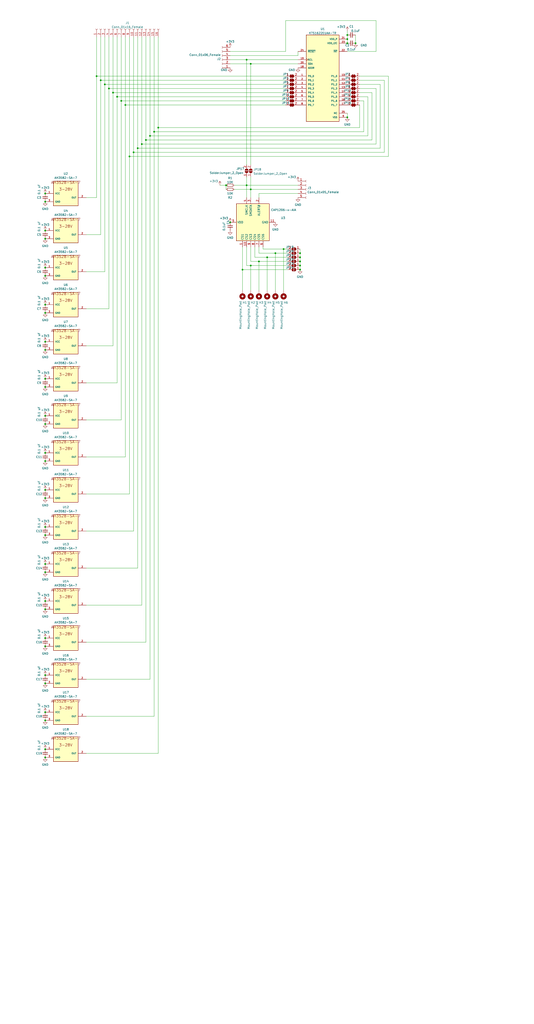
<source format=kicad_sch>
(kicad_sch (version 20211123) (generator eeschema)
  (paper "User" 329.997 631.8)
  (lib_symbols
    (symbol "AH3582-SA-7:AH3582-SA-7" (pin_names (offset 1.016))
      (property "Reference" "U" (at 0 10.922 0))
      (property "Value" "AH3582-SA-7" (at 0 -5.842 0))
      (symbol "AH3582-SA-7_0_0"
        (rectangle (start -7.62 -5.08) (end 7.62 10.16) (stroke (width 0.254)) (fill (type background)))
        (text "3-28V" (at 0 4.191 0) (effects (font (size 1.651 1.651)) (justify bottom)))
        (text "AH3528-SA-7" (at 0 8.382 0) (effects (font (size 1.651 1.651)) (justify bottom)))
        (pin bidirectional line (at -12.7 2.54 0) (length 5.08) (name "VCC") (number "1"))
        (pin bidirectional line (at 12.7 0 180) (length 5.08) (name "OUT") (number "2"))
        (pin bidirectional line (at -12.7 -2.54 0) (length 5.08) (name "GND") (number "3"))
      )
    )
    (symbol "Connector:Conn_01x05_Female" (pin_names (offset 1.016) hide)
      (property "Reference" "J" (at 0 7.62 0))
      (property "Value" "Conn_01x05_Female" (at 0 -7.62 0))
      (symbol "Conn_01x05_Female_1_1"
        (arc (start 0 -4.572) (mid -0.508 -5.08) (end 0 -5.588) (stroke (width 0.1524)))
        (arc (start 0 -2.032) (mid -0.508 -2.54) (end 0 -3.048) (stroke (width 0.1524)))
        (polyline (pts (xy -1.27 -5.08) (xy -0.508 -5.08)) (stroke (width 0.1524)))
        (polyline (pts (xy -1.27 -2.54) (xy -0.508 -2.54)) (stroke (width 0.1524)))
        (polyline (pts (xy -1.27 0) (xy -0.508 0)) (stroke (width 0.1524)))
        (polyline (pts (xy -1.27 2.54) (xy -0.508 2.54)) (stroke (width 0.1524)))
        (polyline (pts (xy -1.27 5.08) (xy -0.508 5.08)) (stroke (width 0.1524)))
        (arc (start 0 0.508) (mid -0.508 0) (end 0 -0.508) (stroke (width 0.1524)))
        (arc (start 0 3.048) (mid -0.508 2.54) (end 0 2.032) (stroke (width 0.1524)))
        (arc (start 0 5.588) (mid -0.508 5.08) (end 0 4.572) (stroke (width 0.1524)))
        (pin passive line (at -5.08 5.08 0) (length 3.81) (name "Pin_1") (number "1"))
        (pin passive line (at -5.08 2.54 0) (length 3.81) (name "Pin_2") (number "2"))
        (pin passive line (at -5.08 0 0) (length 3.81) (name "Pin_3") (number "3"))
        (pin passive line (at -5.08 -2.54 0) (length 3.81) (name "Pin_4") (number "4"))
        (pin passive line (at -5.08 -5.08 0) (length 3.81) (name "Pin_5") (number "5"))
      )
    )
    (symbol "Connector:Conn_01x06_Female" (pin_names (offset 1.016) hide)
      (property "Reference" "J" (at 0 7.62 0))
      (property "Value" "Conn_01x06_Female" (at 0 -10.16 0))
      (symbol "Conn_01x06_Female_1_1"
        (arc (start 0 -7.112) (mid -0.508 -7.62) (end 0 -8.128) (stroke (width 0.1524)))
        (arc (start 0 -4.572) (mid -0.508 -5.08) (end 0 -5.588) (stroke (width 0.1524)))
        (arc (start 0 -2.032) (mid -0.508 -2.54) (end 0 -3.048) (stroke (width 0.1524)))
        (polyline (pts (xy -1.27 -7.62) (xy -0.508 -7.62)) (stroke (width 0.1524)))
        (polyline (pts (xy -1.27 -5.08) (xy -0.508 -5.08)) (stroke (width 0.1524)))
        (polyline (pts (xy -1.27 -2.54) (xy -0.508 -2.54)) (stroke (width 0.1524)))
        (polyline (pts (xy -1.27 0) (xy -0.508 0)) (stroke (width 0.1524)))
        (polyline (pts (xy -1.27 2.54) (xy -0.508 2.54)) (stroke (width 0.1524)))
        (polyline (pts (xy -1.27 5.08) (xy -0.508 5.08)) (stroke (width 0.1524)))
        (arc (start 0 0.508) (mid -0.508 0) (end 0 -0.508) (stroke (width 0.1524)))
        (arc (start 0 3.048) (mid -0.508 2.54) (end 0 2.032) (stroke (width 0.1524)))
        (arc (start 0 5.588) (mid -0.508 5.08) (end 0 4.572) (stroke (width 0.1524)))
        (pin passive line (at -5.08 5.08 0) (length 3.81) (name "Pin_1") (number "1"))
        (pin passive line (at -5.08 2.54 0) (length 3.81) (name "Pin_2") (number "2"))
        (pin passive line (at -5.08 0 0) (length 3.81) (name "Pin_3") (number "3"))
        (pin passive line (at -5.08 -2.54 0) (length 3.81) (name "Pin_4") (number "4"))
        (pin passive line (at -5.08 -5.08 0) (length 3.81) (name "Pin_5") (number "5"))
        (pin passive line (at -5.08 -7.62 0) (length 3.81) (name "Pin_6") (number "6"))
      )
    )
    (symbol "Connector:Conn_01x16_Female" (pin_names (offset 1.016) hide)
      (property "Reference" "J" (at 0 20.32 0))
      (property "Value" "Conn_01x16_Female" (at 0 -22.86 0))
      (symbol "Conn_01x16_Female_1_1"
        (arc (start 0 -19.812) (mid -0.508 -20.32) (end 0 -20.828) (stroke (width 0.1524)))
        (arc (start 0 -17.272) (mid -0.508 -17.78) (end 0 -18.288) (stroke (width 0.1524)))
        (arc (start 0 -14.732) (mid -0.508 -15.24) (end 0 -15.748) (stroke (width 0.1524)))
        (arc (start 0 -12.192) (mid -0.508 -12.7) (end 0 -13.208) (stroke (width 0.1524)))
        (arc (start 0 -9.652) (mid -0.508 -10.16) (end 0 -10.668) (stroke (width 0.1524)))
        (arc (start 0 -7.112) (mid -0.508 -7.62) (end 0 -8.128) (stroke (width 0.1524)))
        (arc (start 0 -4.572) (mid -0.508 -5.08) (end 0 -5.588) (stroke (width 0.1524)))
        (arc (start 0 -2.032) (mid -0.508 -2.54) (end 0 -3.048) (stroke (width 0.1524)))
        (polyline (pts (xy -1.27 -20.32) (xy -0.508 -20.32)) (stroke (width 0.1524)))
        (polyline (pts (xy -1.27 -17.78) (xy -0.508 -17.78)) (stroke (width 0.1524)))
        (polyline (pts (xy -1.27 -15.24) (xy -0.508 -15.24)) (stroke (width 0.1524)))
        (polyline (pts (xy -1.27 -12.7) (xy -0.508 -12.7)) (stroke (width 0.1524)))
        (polyline (pts (xy -1.27 -10.16) (xy -0.508 -10.16)) (stroke (width 0.1524)))
        (polyline (pts (xy -1.27 -7.62) (xy -0.508 -7.62)) (stroke (width 0.1524)))
        (polyline (pts (xy -1.27 -5.08) (xy -0.508 -5.08)) (stroke (width 0.1524)))
        (polyline (pts (xy -1.27 -2.54) (xy -0.508 -2.54)) (stroke (width 0.1524)))
        (polyline (pts (xy -1.27 0) (xy -0.508 0)) (stroke (width 0.1524)))
        (polyline (pts (xy -1.27 2.54) (xy -0.508 2.54)) (stroke (width 0.1524)))
        (polyline (pts (xy -1.27 5.08) (xy -0.508 5.08)) (stroke (width 0.1524)))
        (polyline (pts (xy -1.27 7.62) (xy -0.508 7.62)) (stroke (width 0.1524)))
        (polyline (pts (xy -1.27 10.16) (xy -0.508 10.16)) (stroke (width 0.1524)))
        (polyline (pts (xy -1.27 12.7) (xy -0.508 12.7)) (stroke (width 0.1524)))
        (polyline (pts (xy -1.27 15.24) (xy -0.508 15.24)) (stroke (width 0.1524)))
        (polyline (pts (xy -1.27 17.78) (xy -0.508 17.78)) (stroke (width 0.1524)))
        (arc (start 0 0.508) (mid -0.508 0) (end 0 -0.508) (stroke (width 0.1524)))
        (arc (start 0 3.048) (mid -0.508 2.54) (end 0 2.032) (stroke (width 0.1524)))
        (arc (start 0 5.588) (mid -0.508 5.08) (end 0 4.572) (stroke (width 0.1524)))
        (arc (start 0 8.128) (mid -0.508 7.62) (end 0 7.112) (stroke (width 0.1524)))
        (arc (start 0 10.668) (mid -0.508 10.16) (end 0 9.652) (stroke (width 0.1524)))
        (arc (start 0 13.208) (mid -0.508 12.7) (end 0 12.192) (stroke (width 0.1524)))
        (arc (start 0 15.748) (mid -0.508 15.24) (end 0 14.732) (stroke (width 0.1524)))
        (arc (start 0 18.288) (mid -0.508 17.78) (end 0 17.272) (stroke (width 0.1524)))
        (pin passive line (at -5.08 17.78 0) (length 3.81) (name "Pin_1") (number "1"))
        (pin passive line (at -5.08 -5.08 0) (length 3.81) (name "Pin_10") (number "10"))
        (pin passive line (at -5.08 -7.62 0) (length 3.81) (name "Pin_11") (number "11"))
        (pin passive line (at -5.08 -10.16 0) (length 3.81) (name "Pin_12") (number "12"))
        (pin passive line (at -5.08 -12.7 0) (length 3.81) (name "Pin_13") (number "13"))
        (pin passive line (at -5.08 -15.24 0) (length 3.81) (name "Pin_14") (number "14"))
        (pin passive line (at -5.08 -17.78 0) (length 3.81) (name "Pin_15") (number "15"))
        (pin passive line (at -5.08 -20.32 0) (length 3.81) (name "Pin_16") (number "16"))
        (pin passive line (at -5.08 15.24 0) (length 3.81) (name "Pin_2") (number "2"))
        (pin passive line (at -5.08 12.7 0) (length 3.81) (name "Pin_3") (number "3"))
        (pin passive line (at -5.08 10.16 0) (length 3.81) (name "Pin_4") (number "4"))
        (pin passive line (at -5.08 7.62 0) (length 3.81) (name "Pin_5") (number "5"))
        (pin passive line (at -5.08 5.08 0) (length 3.81) (name "Pin_6") (number "6"))
        (pin passive line (at -5.08 2.54 0) (length 3.81) (name "Pin_7") (number "7"))
        (pin passive line (at -5.08 0 0) (length 3.81) (name "Pin_8") (number "8"))
        (pin passive line (at -5.08 -2.54 0) (length 3.81) (name "Pin_9") (number "9"))
      )
    )
    (symbol "Device:C_Small" (pin_numbers hide) (pin_names (offset 0.254) hide)
      (property "Reference" "C" (at 0.254 1.778 0))
      (property "Value" "C_Small" (at 0.254 -2.032 0))
      (symbol "C_Small_0_1"
        (polyline (pts (xy -1.524 -0.508) (xy 1.524 -0.508)) (stroke (width 0.3302)))
        (polyline (pts (xy -1.524 0.508) (xy 1.524 0.508)) (stroke (width 0.3048)))
      )
      (symbol "C_Small_1_1"
        (pin passive line (at 0 2.54 270) (length 2.032) (name "~") (number "1"))
        (pin passive line (at 0 -2.54 90) (length 2.032) (name "~") (number "2"))
      )
    )
    (symbol "Device:R_Small" (pin_numbers hide) (pin_names (offset 0.254) hide)
      (property "Reference" "R" (at 0.762 0.508 0))
      (property "Value" "R_Small" (at 0.762 -1.016 0))
      (symbol "R_Small_0_1"
        (rectangle (start -0.762 1.778) (end 0.762 -1.778) (stroke (width 0.2032)))
      )
      (symbol "R_Small_1_1"
        (pin passive line (at 0 2.54 270) (length 0.762) (name "~") (number "1"))
        (pin passive line (at 0 -2.54 90) (length 0.762) (name "~") (number "2"))
      )
    )
    (symbol "Jumper:SolderJumper_2_Bridged" (pin_names (offset 0) hide)
      (property "Reference" "JP" (at 0 2.032 0))
      (property "Value" "SolderJumper_2_Bridged" (at 0 -2.54 0))
      (symbol "SolderJumper_2_Bridged_0_1"
        (rectangle (start -0.508 0.508) (end 0.508 -0.508) (fill (type outline)))
        (arc (start -0.254 1.016) (mid -1.27 0) (end -0.254 -1.016))
        (arc (start -0.254 1.016) (mid -1.27 0) (end -0.254 -1.016) (fill (type outline)))
        (polyline (pts (xy -0.254 1.016) (xy -0.254 -1.016)))
        (polyline (pts (xy 0.254 1.016) (xy 0.254 -1.016)))
        (arc (start 0.254 -1.016) (mid 1.27 0) (end 0.254 1.016))
        (arc (start 0.254 -1.016) (mid 1.27 0) (end 0.254 1.016) (fill (type outline)))
      )
      (symbol "SolderJumper_2_Bridged_1_1"
        (pin passive line (at -3.81 0 0) (length 2.54) (name "A") (number "1"))
        (pin passive line (at 3.81 0 180) (length 2.54) (name "B") (number "2"))
      )
    )
    (symbol "Jumper:SolderJumper_2_Open" (pin_names (offset 0) hide)
      (property "Reference" "JP" (at 0 2.032 0))
      (property "Value" "SolderJumper_2_Open" (at 0 -2.54 0))
      (symbol "SolderJumper_2_Open_0_1"
        (arc (start -0.254 1.016) (mid -1.27 0) (end -0.254 -1.016))
        (arc (start -0.254 1.016) (mid -1.27 0) (end -0.254 -1.016) (fill (type outline)))
        (polyline (pts (xy -0.254 1.016) (xy -0.254 -1.016)))
        (polyline (pts (xy 0.254 1.016) (xy 0.254 -1.016)))
        (arc (start 0.254 -1.016) (mid 1.27 0) (end 0.254 1.016))
        (arc (start 0.254 -1.016) (mid 1.27 0) (end 0.254 1.016) (fill (type outline)))
      )
      (symbol "SolderJumper_2_Open_1_1"
        (pin passive line (at -3.81 0 0) (length 2.54) (name "A") (number "1"))
        (pin passive line (at 3.81 0 180) (length 2.54) (name "B") (number "2"))
      )
    )
    (symbol "KTS1622EUAA-TR:KTS1622EUAA-TR" (pin_names (offset 1.016))
      (property "Reference" "U" (at -10.16 26.162 0))
      (property "Value" "KTS1622EUAA-TR" (at -10.16 -30.48 0))
      (symbol "KTS1622EUAA-TR_0_0"
        (rectangle (start -10.16 -27.94) (end 10.16 25.4) (stroke (width 0.254)) (fill (type background)))
        (pin bidirectional line (at -15.24 0 0) (length 5.08) (name "P0_0") (number "1"))
        (pin bidirectional line (at 15.24 0 180) (length 5.08) (name "P1_0") (number "10"))
        (pin bidirectional line (at 15.24 -2.54 180) (length 5.08) (name "P1_1") (number "11"))
        (pin bidirectional line (at 15.24 -5.08 180) (length 5.08) (name "P1_2") (number "12"))
        (pin bidirectional line (at 15.24 -7.62 180) (length 5.08) (name "P1_3") (number "13"))
        (pin bidirectional line (at 15.24 -10.16 180) (length 5.08) (name "P1_4") (number "14"))
        (pin bidirectional line (at 15.24 -12.7 180) (length 5.08) (name "P1_5") (number "15"))
        (pin bidirectional line (at 15.24 -15.24 180) (length 5.08) (name "P1_6") (number "16"))
        (pin bidirectional line (at 15.24 -17.78 180) (length 5.08) (name "P1_7") (number "17"))
        (pin input line (at -15.24 5.08 0) (length 5.08) (name "ADDR") (number "18"))
        (pin input clock (at -15.24 10.16 0) (length 5.08) (name "SCL") (number "19"))
        (pin bidirectional line (at -15.24 -2.54 0) (length 5.08) (name "P0_1") (number "2"))
        (pin bidirectional line (at -15.24 7.62 0) (length 5.08) (name "SDA") (number "20"))
        (pin power_in line (at 15.24 22.86 180) (length 5.08) (name "VDD_P") (number "21"))
        (pin output line (at 15.24 15.24 180) (length 5.08) (name "~{INT}") (number "22"))
        (pin power_in line (at 15.24 20.32 180) (length 5.08) (name "VDD_I2C") (number "23"))
        (pin input line (at -15.24 15.24 0) (length 5.08) (name "~{RESET}") (number "24"))
        (pin passive line (at 15.24 -22.86 180) (length 5.08) (name "MC") (number "25"))
        (pin bidirectional line (at -15.24 -5.08 0) (length 5.08) (name "P0_2") (number "3"))
        (pin bidirectional line (at -15.24 -7.62 0) (length 5.08) (name "P0_3") (number "4"))
        (pin bidirectional line (at -15.24 -10.16 0) (length 5.08) (name "P0_4") (number "5"))
        (pin bidirectional line (at -15.24 -12.7 0) (length 5.08) (name "P0_5") (number "6"))
        (pin bidirectional line (at -15.24 -15.24 0) (length 5.08) (name "P0_6") (number "7"))
        (pin bidirectional line (at -15.24 -17.78 0) (length 5.08) (name "P0_7") (number "8"))
        (pin power_in line (at 15.24 -25.4 180) (length 5.08) (name "VSS") (number "9"))
      )
    )
    (symbol "Mechanical:MountingHole_Pad" (pin_numbers hide) (pin_names (offset 1.016) hide)
      (property "Reference" "H" (at 0 6.35 0))
      (property "Value" "MountingHole_Pad" (at 0 4.445 0))
      (symbol "MountingHole_Pad_0_1"
        (circle (center 0 1.27) (radius 1.27) (stroke (width 1.27)))
      )
      (symbol "MountingHole_Pad_1_1"
        (pin input line (at 0 -2.54 90) (length 2.54) (name "1") (number "1"))
      )
    )
    (symbol "Sensor_Touch:CAP1206-x-AIA"
      (property "Reference" "U" (at -10.16 12.7 0))
      (property "Value" "CAP1206-x-AIA" (at 8.89 12.7 0))
      (symbol "CAP1206-x-AIA_0_1"
        (rectangle (start -11.43 11.43) (end 11.43 -8.89) (stroke (width 0.254)) (fill (type background)))
      )
      (symbol "CAP1206-x-AIA_1_1"
        (pin passive line (at -15.24 7.62 0) (length 3.81) (name "CS1") (number "1"))
        (pin passive line (at -15.24 5.08 0) (length 3.81) (name "CS2") (number "10"))
        (pin power_in line (at 0 -12.7 90) (length 3.81) (name "GND") (number "11"))
        (pin open_collector line (at 15.24 -2.54 180) (length 3.81) (name "ALERT#") (number "2"))
        (pin bidirectional line (at 15.24 2.54 180) (length 3.81) (name "SMDATA") (number "3"))
        (pin input line (at 15.24 5.08 180) (length 3.81) (name "SMCLK") (number "4"))
        (pin power_in line (at 0 15.24 270) (length 3.81) (name "VDD") (number "5"))
        (pin passive line (at -15.24 -5.08 0) (length 3.81) (name "CS6") (number "6"))
        (pin passive line (at -15.24 -2.54 0) (length 3.81) (name "CS5") (number "7"))
        (pin passive line (at -15.24 0 0) (length 3.81) (name "CS4") (number "8"))
        (pin passive line (at -15.24 2.54 0) (length 3.81) (name "CS3") (number "9"))
      )
    )
    (symbol "power:+3.3V" (power) (pin_names (offset 0))
      (property "Value" "+3.3V" (at 0 3.556 0))
      (symbol "+3.3V_0_1"
        (polyline (pts (xy -0.762 1.27) (xy 0 2.54)))
        (polyline (pts (xy 0 0) (xy 0 2.54)))
        (polyline (pts (xy 0 2.54) (xy 0.762 1.27)))
      )
      (symbol "+3.3V_1_1"
        (pin power_in line (at 0 0 90) (length 0) hide (name "+3V3") (number "1"))
      )
    )
    (symbol "power:GND" (power) (pin_names (offset 0))
      (property "Value" "GND" (at 0 -3.81 0))
      (symbol "GND_0_1"
        (polyline (pts (xy 0 0) (xy 0 -1.27) (xy 1.27 -1.27) (xy 0 -2.54) (xy -1.27 -1.27) (xy 0 -1.27)))
      )
      (symbol "GND_1_1"
        (pin power_in line (at 0 0 270) (length 0) hide (name "GND") (number "1"))
      )
    )
  )
  (junction (at 27.94 238.76))
  (junction (at 27.94 325.12))
  (junction (at 27.94 421.64))
  (junction (at 27.94 416.56))
  (junction (at 214.63 24.13))
  (junction (at 27.94 142.24))
  (junction (at 69.85 57.15))
  (junction (at 97.79 78.74))
  (junction (at 160.02 161.29))
  (junction (at 92.71 83.82))
  (junction (at 27.94 284.48))
  (junction (at 62.23 49.53))
  (junction (at 27.94 233.68))
  (junction (at 27.94 330.2))
  (junction (at 142.24 137.16))
  (junction (at 90.17 86.36))
  (junction (at 95.25 81.28))
  (junction (at 87.63 88.9))
  (junction (at 154.94 116.84))
  (junction (at 27.94 462.28))
  (junction (at 27.94 147.32))
  (junction (at 214.63 72.39))
  (junction (at 27.94 302.26))
  (junction (at 27.94 439.42))
  (junction (at 170.18 156.21))
  (junction (at 64.77 52.07))
  (junction (at 27.94 124.46))
  (junction (at 27.94 261.62))
  (junction (at 80.01 96.52))
  (junction (at 27.94 375.92))
  (junction (at 72.39 59.69))
  (junction (at 27.94 256.54))
  (junction (at 185.42 166.37))
  (junction (at 214.63 26.67))
  (junction (at 27.94 170.18))
  (junction (at 27.94 210.82))
  (junction (at 139.7 114.3))
  (junction (at 165.1 158.75))
  (junction (at 27.94 307.34))
  (junction (at 67.31 54.61))
  (junction (at 175.26 153.67))
  (junction (at 82.55 93.98))
  (junction (at 27.94 444.5))
  (junction (at 149.86 166.37))
  (junction (at 27.94 353.06))
  (junction (at 85.09 91.44))
  (junction (at 185.42 158.75))
  (junction (at 152.4 36.83))
  (junction (at 154.94 163.83))
  (junction (at 185.42 163.83))
  (junction (at 59.69 46.99))
  (junction (at 27.94 467.36))
  (junction (at 27.94 279.4))
  (junction (at 74.93 62.23))
  (junction (at 27.94 193.04))
  (junction (at 27.94 215.9))
  (junction (at 152.4 114.3))
  (junction (at 27.94 165.1))
  (junction (at 27.94 393.7))
  (junction (at 27.94 370.84))
  (junction (at 219.71 26.67))
  (junction (at 27.94 187.96))
  (junction (at 185.42 156.21))
  (junction (at 185.42 161.29))
  (junction (at 27.94 398.78))
  (junction (at 214.63 21.59))
  (junction (at 77.47 64.77))
  (junction (at 154.94 39.37))
  (junction (at 27.94 119.38))
  (junction (at 27.94 347.98))
  (wire (pts (xy 82.55 93.98) (xy 237.49 93.98)))
  (wire (pts (xy 154.94 39.37) (xy 184.15 39.37)))
  (wire (pts (xy 232.41 31.75) (xy 214.63 31.75)))
  (wire (pts (xy 77.47 64.77) (xy 176.53 64.77)))
  (wire (pts (xy 185.42 156.21) (xy 185.42 158.75)))
  (wire (pts (xy 80.01 96.52) (xy 80.01 304.8)))
  (wire (pts (xy 87.63 88.9) (xy 232.41 88.9)))
  (wire (pts (xy 72.39 59.69) (xy 72.39 236.22)))
  (wire (pts (xy 152.4 163.83) (xy 154.94 163.83)))
  (wire (pts (xy 222.25 59.69) (xy 227.33 59.69)))
  (wire (pts (xy 160.02 121.92) (xy 160.02 119.38)))
  (wire (pts (xy 222.25 57.15) (xy 229.87 57.15)))
  (wire (pts (xy 82.55 22.86) (xy 82.55 93.98)))
  (wire (pts (xy 149.86 166.37) (xy 149.86 179.07)))
  (wire (pts (xy 59.69 22.86) (xy 59.69 46.99)))
  (wire (pts (xy 74.93 22.86) (xy 74.93 62.23)))
  (wire (pts (xy 90.17 396.24) (xy 53.34 396.24)))
  (wire (pts (xy 92.71 83.82) (xy 92.71 419.1)))
  (wire (pts (xy 229.87 57.15) (xy 229.87 86.36)))
  (wire (pts (xy 69.85 57.15) (xy 69.85 213.36)))
  (wire (pts (xy 152.4 36.83) (xy 152.4 101.6)))
  (wire (pts (xy 139.7 114.3) (xy 139.7 116.84)))
  (wire (pts (xy 82.55 93.98) (xy 82.55 327.66)))
  (wire (pts (xy 53.34 373.38) (xy 87.63 373.38)))
  (wire (pts (xy 97.79 22.86) (xy 97.79 78.74)))
  (wire (pts (xy 59.69 46.99) (xy 176.53 46.99)))
  (wire (pts (xy 69.85 22.86) (xy 69.85 57.15)))
  (wire (pts (xy 222.25 54.61) (xy 232.41 54.61)))
  (wire (pts (xy 162.56 152.4) (xy 162.56 153.67)))
  (wire (pts (xy 142.24 31.75) (xy 176.53 31.75)))
  (wire (pts (xy 69.85 57.15) (xy 176.53 57.15)))
  (wire (pts (xy 77.47 64.77) (xy 77.47 281.94)))
  (wire (pts (xy 154.94 152.4) (xy 154.94 161.29)))
  (wire (pts (xy 80.01 96.52) (xy 240.03 96.52)))
  (wire (pts (xy 162.56 153.67) (xy 175.26 153.67)))
  (wire (pts (xy 160.02 152.4) (xy 160.02 156.21)))
  (wire (pts (xy 53.34 464.82) (xy 97.79 464.82)))
  (wire (pts (xy 72.39 59.69) (xy 176.53 59.69)))
  (wire (pts (xy 67.31 190.5) (xy 53.34 190.5)))
  (wire (pts (xy 222.25 62.23) (xy 224.79 62.23)))
  (wire (pts (xy 160.02 161.29) (xy 160.02 179.07)))
  (wire (pts (xy 222.25 46.99) (xy 240.03 46.99)))
  (wire (pts (xy 149.86 152.4) (xy 149.86 166.37)))
  (wire (pts (xy 149.86 166.37) (xy 177.8 166.37)))
  (wire (pts (xy 90.17 86.36) (xy 90.17 396.24)))
  (wire (pts (xy 87.63 22.86) (xy 87.63 88.9)))
  (wire (pts (xy 90.17 22.86) (xy 90.17 86.36)))
  (wire (pts (xy 232.41 54.61) (xy 232.41 88.9)))
  (wire (pts (xy 142.24 34.29) (xy 184.15 34.29)))
  (wire (pts (xy 222.25 49.53) (xy 237.49 49.53)))
  (wire (pts (xy 175.26 153.67) (xy 177.8 153.67)))
  (wire (pts (xy 185.42 158.75) (xy 185.42 161.29)))
  (wire (pts (xy 62.23 144.78) (xy 53.34 144.78)))
  (wire (pts (xy 53.34 327.66) (xy 82.55 327.66)))
  (wire (pts (xy 64.77 52.07) (xy 64.77 167.64)))
  (wire (pts (xy 222.25 52.07) (xy 234.95 52.07)))
  (wire (pts (xy 152.4 36.83) (xy 184.15 36.83)))
  (wire (pts (xy 62.23 49.53) (xy 62.23 144.78)))
  (wire (pts (xy 175.26 153.67) (xy 175.26 179.07)))
  (wire (pts (xy 53.34 281.94) (xy 77.47 281.94)))
  (wire (pts (xy 185.42 153.67) (xy 185.42 156.21)))
  (wire (pts (xy 62.23 49.53) (xy 176.53 49.53)))
  (wire (pts (xy 152.4 109.22) (xy 152.4 114.3)))
  (wire (pts (xy 80.01 304.8) (xy 53.34 304.8)))
  (wire (pts (xy 214.63 69.85) (xy 214.63 72.39)))
  (wire (pts (xy 154.94 161.29) (xy 160.02 161.29)))
  (wire (pts (xy 62.23 22.86) (xy 62.23 49.53)))
  (wire (pts (xy 135.89 114.3) (xy 139.7 114.3)))
  (wire (pts (xy 72.39 22.86) (xy 72.39 59.69)))
  (wire (pts (xy 234.95 52.07) (xy 234.95 91.44)))
  (wire (pts (xy 67.31 22.86) (xy 67.31 54.61)))
  (wire (pts (xy 74.93 62.23) (xy 74.93 259.08)))
  (wire (pts (xy 87.63 88.9) (xy 87.63 373.38)))
  (wire (pts (xy 95.25 22.86) (xy 95.25 81.28)))
  (wire (pts (xy 185.42 161.29) (xy 185.42 163.83)))
  (wire (pts (xy 92.71 83.82) (xy 227.33 83.82)))
  (wire (pts (xy 176.53 12.7) (xy 232.41 12.7)))
  (wire (pts (xy 160.02 156.21) (xy 170.18 156.21)))
  (wire (pts (xy 152.4 114.3) (xy 152.4 121.92)))
  (wire (pts (xy 222.25 64.77) (xy 222.25 78.74)))
  (wire (pts (xy 95.25 81.28) (xy 224.79 81.28)))
  (wire (pts (xy 157.48 152.4) (xy 157.48 158.75)))
  (wire (pts (xy 184.15 34.29) (xy 184.15 31.75)))
  (wire (pts (xy 219.71 21.59) (xy 219.71 26.67)))
  (wire (pts (xy 157.48 158.75) (xy 165.1 158.75)))
  (wire (pts (xy 160.02 161.29) (xy 177.8 161.29)))
  (wire (pts (xy 152.4 114.3) (xy 184.15 114.3)))
  (wire (pts (xy 77.47 22.86) (xy 77.47 64.77)))
  (wire (pts (xy 170.18 156.21) (xy 177.8 156.21)))
  (wire (pts (xy 154.94 109.22) (xy 154.94 116.84)))
  (wire (pts (xy 67.31 54.61) (xy 67.31 190.5)))
  (wire (pts (xy 237.49 49.53) (xy 237.49 93.98)))
  (wire (pts (xy 160.02 119.38) (xy 184.15 119.38)))
  (wire (pts (xy 53.34 167.64) (xy 64.77 167.64)))
  (wire (pts (xy 227.33 59.69) (xy 227.33 83.82)))
  (wire (pts (xy 165.1 158.75) (xy 177.8 158.75)))
  (wire (pts (xy 185.42 163.83) (xy 185.42 166.37)))
  (wire (pts (xy 74.93 62.23) (xy 176.53 62.23)))
  (wire (pts (xy 59.69 46.99) (xy 59.69 121.92)))
  (wire (pts (xy 214.63 19.05) (xy 214.63 21.59)))
  (wire (pts (xy 92.71 22.86) (xy 92.71 83.82)))
  (wire (pts (xy 53.34 121.92) (xy 59.69 121.92)))
  (wire (pts (xy 53.34 259.08) (xy 74.93 259.08)))
  (wire (pts (xy 152.4 152.4) (xy 152.4 163.83)))
  (wire (pts (xy 224.79 62.23) (xy 224.79 81.28)))
  (wire (pts (xy 154.94 163.83) (xy 177.8 163.83)))
  (wire (pts (xy 144.78 116.84) (xy 154.94 116.84)))
  (wire (pts (xy 154.94 116.84) (xy 184.15 116.84)))
  (wire (pts (xy 90.17 86.36) (xy 229.87 86.36)))
  (wire (pts (xy 53.34 441.96) (xy 95.25 441.96)))
  (wire (pts (xy 176.53 31.75) (xy 176.53 12.7)))
  (wire (pts (xy 240.03 46.99) (xy 240.03 96.52)))
  (wire (pts (xy 85.09 91.44) (xy 85.09 350.52)))
  (wire (pts (xy 80.01 22.86) (xy 80.01 96.52)))
  (wire (pts (xy 142.24 39.37) (xy 154.94 39.37)))
  (wire (pts (xy 144.78 114.3) (xy 152.4 114.3)))
  (wire (pts (xy 53.34 213.36) (xy 69.85 213.36)))
  (wire (pts (xy 72.39 236.22) (xy 53.34 236.22)))
  (wire (pts (xy 95.25 81.28) (xy 95.25 441.96)))
  (wire (pts (xy 85.09 22.86) (xy 85.09 91.44)))
  (wire (pts (xy 154.94 39.37) (xy 154.94 101.6)))
  (wire (pts (xy 53.34 419.1) (xy 92.71 419.1)))
  (wire (pts (xy 67.31 54.61) (xy 176.53 54.61)))
  (wire (pts (xy 85.09 91.44) (xy 234.95 91.44)))
  (wire (pts (xy 64.77 52.07) (xy 176.53 52.07)))
  (wire (pts (xy 97.79 78.74) (xy 222.25 78.74)))
  (wire (pts (xy 154.94 163.83) (xy 154.94 179.07)))
  (wire (pts (xy 214.63 24.13) (xy 214.63 26.67)))
  (wire (pts (xy 85.09 350.52) (xy 53.34 350.52)))
  (wire (pts (xy 64.77 22.86) (xy 64.77 52.07)))
  (wire (pts (xy 142.24 36.83) (xy 152.4 36.83)))
  (wire (pts (xy 154.94 116.84) (xy 154.94 121.92)))
  (wire (pts (xy 214.63 21.59) (xy 214.63 24.13)))
  (wire (pts (xy 165.1 158.75) (xy 165.1 179.07)))
  (wire (pts (xy 232.41 12.7) (xy 232.41 31.75)))
  (wire (pts (xy 170.18 156.21) (xy 170.18 179.07)))
  (wire (pts (xy 97.79 78.74) (xy 97.79 464.82)))
  (symbol (lib_id "Jumper:SolderJumper_2_Bridged") (at 218.44 57.15 0) (unit 1)
    (property "Reference" "JP10" (at 214.63 55.88 0))
    (property "Value" "SolderJumper_2_Bridged" (effects hide))
    (property "Footprint" "Solder_Jumpers:SolderJumper-2_P1.3mm_Bridged2Bar_RoundedPad1.0x1.5mm" (effects hide))
  )
  (symbol (lib_id "AH3582-SA-7:AH3582-SA-7") (at 40.64 396.24 0) (unit 1)
    (property "Reference" "U15" (at 40.64 381.4723 0))
    (property "Value" "AH3582-SA-7" (at 40.64 384.0092 0))
    (property "Footprint" "AH3582-SA-7:SOT-23-AH3582-SA-7" (effects hide))
  )
  (symbol (lib_id "AH3582-SA-7:AH3582-SA-7") (at 40.64 464.82 0) (unit 1)
    (property "Reference" "U18" (at 40.64 450.0523 0))
    (property "Value" "AH3582-SA-7" (at 40.64 452.5892 0))
    (property "Footprint" "AH3582-SA-7:SOT-23-AH3582-SA-7" (effects hide))
  )
  (symbol (lib_id "power:+3.3V") (at 27.94 462.28 0) (unit 1)
    (property "Reference" "#PWR0114" (effects hide))
    (property "Value" "+3.3V" (at 27.94 458.7042 0))
  )
  (symbol (lib_id "Device:C_Small") (at 27.94 144.78 180) (unit 1)
    (property "Reference" "C5" (at 24.13 144.78 0))
    (property "Value" "0.1 uF" (at 24.13 139.7 90))
    (property "Footprint" "Capacitor_SMD:C_0603_1608Metric" (effects hide))
  )
  (symbol (lib_id "AH3582-SA-7:AH3582-SA-7") (at 40.64 327.66 0) (unit 1)
    (property "Reference" "U12" (at 40.64 312.8923 0))
    (property "Value" "AH3582-SA-7" (at 40.64 315.4292 0))
    (property "Footprint" "AH3582-SA-7:SOT-23-AH3582-SA-7" (effects hide))
  )
  (symbol (lib_id "power:+3.3V") (at 27.94 165.1 0) (unit 1)
    (property "Reference" "#PWR0132" (effects hide))
    (property "Value" "+3.3V" (at 27.94 161.5242 0))
  )
  (symbol (lib_id "power:GND") (at 27.94 421.64 0) (unit 1)
    (property "Reference" "#PWR0111" (effects hide))
    (property "Value" "GND" (at 27.94 426.0834 0))
  )
  (symbol (lib_id "power:+3.3V") (at 27.94 302.26 0) (unit 1)
    (property "Reference" "#PWR0126" (effects hide))
    (property "Value" "+3.3V" (at 27.94 298.6842 0))
  )
  (symbol (lib_id "power:+3.3V") (at 27.94 119.38 0) (unit 1)
    (property "Reference" "#PWR0131" (effects hide))
    (property "Value" "+3.3V" (at 27.94 115.8042 0))
  )
  (symbol (lib_id "power:+3.3V") (at 27.94 439.42 0) (unit 1)
    (property "Reference" "#PWR0122" (effects hide))
    (property "Value" "+3.3V" (at 27.94 435.8442 0))
  )
  (symbol (lib_id "Device:C_Small") (at 217.17 26.67 90) (unit 1)
    (property "Reference" "C2" (at 214.63 27.94 90))
    (property "Value" "0.1uF" (at 217.17 30.48 90))
    (property "Footprint" "Capacitor_SMD:C_0603_1608Metric" (effects hide))
  )
  (symbol (lib_id "power:+3.3V") (at 27.94 325.12 0) (unit 1)
    (property "Reference" "#PWR0118" (effects hide))
    (property "Value" "+3.3V" (at 27.94 321.5442 0))
  )
  (symbol (lib_id "AH3582-SA-7:AH3582-SA-7") (at 40.64 121.92 0) (unit 1)
    (property "Reference" "U2" (at 40.64 107.1523 0))
    (property "Value" "AH3582-SA-7" (at 40.64 109.6892 0))
    (property "Footprint" "AH3582-SA-7:SOT-23-AH3582-SA-7" (effects hide))
  )
  (symbol (lib_id "power:GND") (at 170.18 137.16 0) (unit 1)
    (property "Reference" "#PWR0140" (effects hide))
    (property "Value" "GND" (at 170.18 141.6034 0))
  )
  (symbol (lib_id "AH3582-SA-7:AH3582-SA-7") (at 40.64 281.94 0) (unit 1)
    (property "Reference" "U10" (at 40.64 267.1723 0))
    (property "Value" "AH3582-SA-7" (at 40.64 269.7092 0))
    (property "Footprint" "AH3582-SA-7:SOT-23-AH3582-SA-7" (effects hide))
  )
  (symbol (lib_id "Device:C_Small") (at 27.94 213.36 180) (unit 1)
    (property "Reference" "C8" (at 24.13 213.36 0))
    (property "Value" "0.1 uF" (at 24.13 208.28 90))
    (property "Footprint" "Capacitor_SMD:C_0603_1608Metric" (effects hide))
  )
  (symbol (lib_id "Device:C_Small") (at 27.94 464.82 180) (unit 1)
    (property "Reference" "C19" (at 24.13 464.82 0))
    (property "Value" "0.1 uF" (at 24.13 459.74 90))
    (property "Footprint" "Capacitor_SMD:C_0603_1608Metric" (effects hide))
  )
  (symbol (lib_id "power:+3.3V") (at 27.94 370.84 0) (unit 1)
    (property "Reference" "#PWR0110" (effects hide))
    (property "Value" "+3.3V" (at 27.94 367.2642 0))
  )
  (symbol (lib_id "Mechanical:MountingHole_Pad") (at 175.26 181.61 180) (unit 1)
    (property "Reference" "H6" (at 175.26 186.69 0) (effects (justify right)))
    (property "Value" "MountingHole_Pad" (at 173.99 203.2 90) (effects (justify right)))
    (property "Footprint" "TestPoint:TestPoint_Pad_4.0x4.0mm" (effects hide))
  )
  (symbol (lib_id "KTS1622EUAA-TR:KTS1622EUAA-TR") (at 199.39 46.99 0) (unit 1)
    (property "Reference" "U1" (at 199.39 17.8902 0))
    (property "Value" "KTS1622EUAA-TR" (at 199.39 20.4271 0))
    (property "Footprint" "KTS1622EUAA-TR:QFN50P400X400X80-25N" (effects hide))
    (property "PARTREV" "04d" (effects hide))
    (property "MANUFACTURER" "Kinetic Technologies" (effects hide))
    (property "SNAPEDA_PN" "KTS1622EUAA-TR" (effects hide))
    (property "STANDARD" "IPC-7351B" (effects hide))
    (property "MAXIMUM_PACKAGE_HEIGHT" "0.8mm" (effects hide))
  )
  (symbol (lib_id "Jumper:SolderJumper_2_Bridged") (at 180.34 64.77 0) (unit 1)
    (property "Reference" "JP15" (at 176.53 63.5 0))
    (property "Value" "SolderJumper_2_Bridged" (effects hide))
    (property "Footprint" "Solder_Jumpers:SolderJumper-2_P1.3mm_Bridged2Bar_RoundedPad1.0x1.5mm" (effects hide))
  )
  (symbol (lib_id "Jumper:SolderJumper_2_Open") (at 181.61 163.83 180) (unit 1)
    (property "Reference" "JP23" (at 179.07 162.56 0))
    (property "Value" "SolderJumper_2_Open" (effects hide))
    (property "Footprint" "Solder_Jumpers:SolderJumper-2_P1.3mm_Open_RoundedPad1.0x1.5mm" (effects hide))
  )
  (symbol (lib_id "Device:C_Small") (at 142.24 139.7 0) (unit 1)
    (property "Reference" "C4" (at 140.97 137.16 90))
    (property "Value" "0.1uF" (at 138.43 139.7 90))
    (property "Footprint" "Capacitor_SMD:C_0603_1608Metric" (effects hide))
  )
  (symbol (lib_id "Connector:Conn_01x06_Female") (at 137.16 36.83 180) (unit 1)
    (property "Reference" "J2" (at 136.4488 36.3947 0) (effects (justify left)))
    (property "Value" "Conn_01x06_Female" (at 136.4488 33.8578 0) (effects (justify left)))
    (property "Footprint" "Connector_PinHeader_2.54mm:PinHeader_1x06_P2.54mm_Vertical" (effects hide))
  )
  (symbol (lib_id "Mechanical:MountingHole_Pad") (at 154.94 181.61 180) (unit 1)
    (property "Reference" "H2" (at 154.94 186.69 0) (effects (justify right)))
    (property "Value" "MountingHole_Pad" (at 153.67 203.2 90) (effects (justify right)))
    (property "Footprint" "TestPoint:TestPoint_Pad_4.0x4.0mm" (effects hide))
  )
  (symbol (lib_id "Mechanical:MountingHole_Pad") (at 170.18 181.61 180) (unit 1)
    (property "Reference" "H5" (at 170.18 186.69 0) (effects (justify right)))
    (property "Value" "MountingHole_Pad" (at 168.91 203.2 90) (effects (justify right)))
    (property "Footprint" "TestPoint:TestPoint_Pad_4.0x4.0mm" (effects hide))
  )
  (symbol (lib_id "Device:C_Small") (at 27.94 190.5 180) (unit 1)
    (property "Reference" "C7" (at 24.13 190.5 0))
    (property "Value" "0.1 uF" (at 24.13 185.42 90))
    (property "Footprint" "Capacitor_SMD:C_0603_1608Metric" (effects hide))
  )
  (symbol (lib_id "power:+3.3V") (at 27.94 393.7 0) (unit 1)
    (property "Reference" "#PWR0120" (effects hide))
    (property "Value" "+3.3V" (at 27.94 390.1242 0))
  )
  (symbol (lib_id "power:+3.3V") (at 142.24 29.21 0) (unit 1)
    (property "Reference" "#PWR0136" (effects hide))
    (property "Value" "+3.3V" (at 142.24 25.6342 0))
  )
  (symbol (lib_id "AH3582-SA-7:AH3582-SA-7") (at 40.64 259.08 0) (unit 1)
    (property "Reference" "U9" (at 40.64 244.3123 0))
    (property "Value" "AH3582-SA-7" (at 40.64 246.8492 0))
    (property "Footprint" "AH3582-SA-7:SOT-23-AH3582-SA-7" (effects hide))
  )
  (symbol (lib_id "power:GND") (at 219.71 26.67 0) (unit 1)
    (property "Reference" "#PWR0134" (effects hide))
    (property "Value" "GND" (at 224.79 27.94 0))
  )
  (symbol (lib_id "Sensor_Touch:CAP1206-x-AIA") (at 157.48 137.16 90) (unit 1)
    (property "Reference" "U3" (at 174.9221 134.4509 90))
    (property "Value" "CAP1206-x-AIA" (at 175.26 129.54 90))
    (property "Footprint" "Package_DFN_QFN:DFN-10-1EP_3x3mm_P0.5mm_EP1.55x2.48mm" (effects hide))
    (property "Datasheet" "http://ww1.microchip.com/downloads/en/DeviceDoc/00001567B.pdf" (effects hide))
  )
  (symbol (lib_id "power:+3.3V") (at 27.94 210.82 0) (unit 1)
    (property "Reference" "#PWR0103" (effects hide))
    (property "Value" "+3.3V" (at 27.94 207.2442 0))
  )
  (symbol (lib_id "Jumper:SolderJumper_2_Bridged") (at 180.34 49.53 0) (unit 1)
    (property "Reference" "JP3" (at 176.53 48.26 0))
    (property "Value" "SolderJumper_2_Bridged" (effects hide))
    (property "Footprint" "Solder_Jumpers:SolderJumper-2_P1.3mm_Bridged2Bar_RoundedPad1.0x1.5mm" (effects hide))
  )
  (symbol (lib_id "Device:R_Small") (at 142.24 114.3 90) (unit 1)
    (property "Reference" "R1" (at 142.24 109.8636 90))
    (property "Value" "10K" (at 142.24 112.4005 90))
    (property "Footprint" "Resistor_SMD:R_0603_1608Metric" (effects hide))
  )
  (symbol (lib_id "power:GND") (at 185.42 166.37 0) (unit 1)
    (property "Reference" "#PWR0145" (effects hide))
    (property "Value" "GND" (at 185.42 170.8134 0))
  )
  (symbol (lib_id "power:+3.3V") (at 27.94 256.54 0) (unit 1)
    (property "Reference" "#PWR0107" (effects hide))
    (property "Value" "+3.3V" (at 27.94 252.9642 0))
  )
  (symbol (lib_id "power:+3.3V") (at 27.94 142.24 0) (unit 1)
    (property "Reference" "#PWR0130" (effects hide))
    (property "Value" "+3.3V" (at 27.94 138.6642 0))
  )
  (symbol (lib_id "Connector:Conn_01x05_Female") (at 189.23 116.84 0) (unit 1)
    (property "Reference" "J3" (at 189.9412 116.0053 0) (effects (justify left)))
    (property "Value" "Conn_01x05_Female" (at 189.9412 118.5422 0) (effects (justify left)))
    (property "Footprint" "Connector_PinHeader_2.54mm:PinHeader_1x05_P2.54mm_Vertical" (effects hide))
  )
  (symbol (lib_id "Jumper:SolderJumper_2_Open") (at 154.94 105.41 90) (unit 1)
    (property "Reference" "JP18" (at 156.591 104.5753 90) (effects (justify right)))
    (property "Value" "SolderJumper_2_Open" (at 156.591 107.1122 90) (effects (justify right)))
    (property "Footprint" "Solder_Jumpers:SolderJumper-2_P1.3mm_Open_RoundedPad1.0x1.5mm" (effects hide))
  )
  (symbol (lib_id "Device:C_Small") (at 217.17 21.59 90) (unit 1)
    (property "Reference" "C1" (at 217.1763 16.3281 90))
    (property "Value" "0.1uF" (at 219.71 19.05 90))
    (property "Footprint" "Capacitor_SMD:C_0603_1608Metric" (effects hide))
  )
  (symbol (lib_id "power:GND") (at 27.94 147.32 0) (unit 1)
    (property "Reference" "#PWR0128" (effects hide))
    (property "Value" "GND" (at 27.94 151.7634 0))
  )
  (symbol (lib_id "Jumper:SolderJumper_2_Open") (at 181.61 161.29 180) (unit 1)
    (property "Reference" "JP22" (at 179.07 160.02 0))
    (property "Value" "SolderJumper_2_Open" (effects hide))
    (property "Footprint" "Solder_Jumpers:SolderJumper-2_P1.3mm_Open_RoundedPad1.0x1.5mm" (effects hide))
  )
  (symbol (lib_id "power:GND") (at 27.94 170.18 0) (unit 1)
    (property "Reference" "#PWR0106" (effects hide))
    (property "Value" "GND" (at 27.94 174.6234 0))
  )
  (symbol (lib_id "AH3582-SA-7:AH3582-SA-7") (at 40.64 350.52 0) (unit 1)
    (property "Reference" "U13" (at 40.64 335.7523 0))
    (property "Value" "AH3582-SA-7" (at 40.64 338.2892 0))
    (property "Footprint" "AH3582-SA-7:SOT-23-AH3582-SA-7" (effects hide))
  )
  (symbol (lib_id "Mechanical:MountingHole_Pad") (at 165.1 181.61 180) (unit 1)
    (property "Reference" "H4" (at 165.1 186.69 0) (effects (justify right)))
    (property "Value" "MountingHole_Pad" (at 163.83 203.2 90) (effects (justify right)))
    (property "Footprint" "TestPoint:TestPoint_Pad_4.0x4.0mm" (effects hide))
  )
  (symbol (lib_id "Jumper:SolderJumper_2_Bridged") (at 218.44 52.07 0) (unit 1)
    (property "Reference" "JP6" (at 214.63 50.8 0))
    (property "Value" "SolderJumper_2_Bridged" (effects hide))
    (property "Footprint" "Solder_Jumpers:SolderJumper-2_P1.3mm_Bridged2Bar_RoundedPad1.0x1.5mm" (effects hide))
  )
  (symbol (lib_id "AH3582-SA-7:AH3582-SA-7") (at 40.64 419.1 0) (unit 1)
    (property "Reference" "U16" (at 40.64 404.3323 0))
    (property "Value" "AH3582-SA-7" (at 40.64 406.8692 0))
    (property "Footprint" "AH3582-SA-7:SOT-23-AH3582-SA-7" (effects hide))
  )
  (symbol (lib_id "Device:C_Small") (at 27.94 419.1 180) (unit 1)
    (property "Reference" "C17" (at 24.13 419.1 0))
    (property "Value" "0.1 uF" (at 24.13 414.02 90))
    (property "Footprint" "Capacitor_SMD:C_0603_1608Metric" (effects hide))
  )
  (symbol (lib_id "power:+3.3V") (at 135.89 114.3 0) (unit 1)
    (property "Reference" "#PWR0144" (effects hide))
    (property "Value" "+3.3V" (at 132.08 111.76 0))
  )
  (symbol (lib_id "Jumper:SolderJumper_2_Bridged") (at 180.34 54.61 0) (unit 1)
    (property "Reference" "JP7" (at 176.53 53.34 0))
    (property "Value" "SolderJumper_2_Bridged" (effects hide))
    (property "Footprint" "Solder_Jumpers:SolderJumper-2_P1.3mm_Bridged2Bar_RoundedPad1.0x1.5mm" (effects hide))
  )
  (symbol (lib_id "power:+3.3V") (at 184.15 111.76 0) (unit 1)
    (property "Reference" "#PWR0141" (effects hide))
    (property "Value" "+3.3V" (at 180.34 109.22 0))
  )
  (symbol (lib_id "AH3582-SA-7:AH3582-SA-7") (at 40.64 304.8 0) (unit 1)
    (property "Reference" "U11" (at 40.64 290.0323 0))
    (property "Value" "AH3582-SA-7" (at 40.64 292.5692 0))
    (property "Footprint" "AH3582-SA-7:SOT-23-AH3582-SA-7" (effects hide))
  )
  (symbol (lib_id "AH3582-SA-7:AH3582-SA-7") (at 40.64 190.5 0) (unit 1)
    (property "Reference" "U6" (at 40.64 175.7323 0))
    (property "Value" "AH3582-SA-7" (at 40.64 178.2692 0))
    (property "Footprint" "AH3582-SA-7:SOT-23-AH3582-SA-7" (effects hide))
  )
  (symbol (lib_id "Jumper:SolderJumper_2_Bridged") (at 218.44 54.61 0) (unit 1)
    (property "Reference" "JP8" (at 214.63 53.34 0))
    (property "Value" "SolderJumper_2_Bridged" (effects hide))
    (property "Footprint" "Solder_Jumpers:SolderJumper-2_P1.3mm_Bridged2Bar_RoundedPad1.0x1.5mm" (effects hide))
  )
  (symbol (lib_id "Device:C_Small") (at 27.94 373.38 180) (unit 1)
    (property "Reference" "C15" (at 24.13 373.38 0))
    (property "Value" "0.1 uF" (at 24.13 368.3 90))
    (property "Footprint" "Capacitor_SMD:C_0603_1608Metric" (effects hide))
  )
  (symbol (lib_id "power:GND") (at 184.15 121.92 0) (unit 1)
    (property "Reference" "#PWR0135" (effects hide))
    (property "Value" "GND" (at 184.15 126.3634 0))
  )
  (symbol (lib_id "Mechanical:MountingHole_Pad") (at 149.86 181.61 180) (unit 1)
    (property "Reference" "H1" (at 149.86 186.69 0) (effects (justify right)))
    (property "Value" "MountingHole_Pad" (at 148.59 203.2 90) (effects (justify right)))
    (property "Footprint" "TestPoint:TestPoint_Pad_4.0x4.0mm" (effects hide))
  )
  (symbol (lib_id "Jumper:SolderJumper_2_Bridged") (at 218.44 64.77 0) (unit 1)
    (property "Reference" "JP16" (at 214.63 63.5 0))
    (property "Value" "SolderJumper_2_Bridged" (effects hide))
    (property "Footprint" "Solder_Jumpers:SolderJumper-2_P1.3mm_Bridged2Bar_RoundedPad1.0x1.5mm" (effects hide))
  )
  (symbol (lib_id "power:GND") (at 27.94 124.46 0) (unit 1)
    (property "Reference" "#PWR0129" (effects hide))
    (property "Value" "GND" (at 27.94 128.9034 0))
  )
  (symbol (lib_id "Device:R_Small") (at 142.24 116.84 270) (unit 1)
    (property "Reference" "R2" (at 142.24 121.92 90))
    (property "Value" "10K" (at 142.24 119.38 90))
    (property "Footprint" "Resistor_SMD:R_0603_1608Metric" (effects hide))
  )
  (symbol (lib_id "Jumper:SolderJumper_2_Bridged") (at 218.44 46.99 0) (unit 1)
    (property "Reference" "JP2" (at 214.63 45.72 0))
    (property "Value" "SolderJumper_2_Bridged" (effects hide))
    (property "Footprint" "Solder_Jumpers:SolderJumper-2_P1.3mm_Bridged2Bar_RoundedPad1.0x1.5mm" (effects hide))
  )
  (symbol (lib_id "Device:C_Small") (at 27.94 281.94 180) (unit 1)
    (property "Reference" "C11" (at 24.13 281.94 0))
    (property "Value" "0.1 uF" (at 24.13 276.86 90))
    (property "Footprint" "Capacitor_SMD:C_0603_1608Metric" (effects hide))
  )
  (symbol (lib_id "AH3582-SA-7:AH3582-SA-7") (at 40.64 167.64 0) (unit 1)
    (property "Reference" "U5" (at 40.64 152.8723 0))
    (property "Value" "AH3582-SA-7" (at 40.64 155.4092 0))
    (property "Footprint" "AH3582-SA-7:SOT-23-AH3582-SA-7" (effects hide))
  )
  (symbol (lib_id "power:GND") (at 27.94 467.36 0) (unit 1)
    (property "Reference" "#PWR0115" (effects hide))
    (property "Value" "GND" (at 27.94 471.8034 0))
  )
  (symbol (lib_id "Device:C_Small") (at 27.94 327.66 180) (unit 1)
    (property "Reference" "C13" (at 24.13 327.66 0))
    (property "Value" "0.1 uF" (at 24.13 322.58 90))
    (property "Footprint" "Capacitor_SMD:C_0603_1608Metric" (effects hide))
  )
  (symbol (lib_id "Connector:Conn_01x16_Female") (at 77.47 17.78 90) (unit 1)
    (property "Reference" "J1" (at 78.74 14.131 90))
    (property "Value" "Conn_01x16_Female" (at 78.74 16.6679 90))
    (property "Footprint" "Connector_PinHeader_2.54mm:PinHeader_1x16_P2.54mm_Vertical" (effects hide))
  )
  (symbol (lib_id "power:+3.3V") (at 214.63 19.05 0) (unit 1)
    (property "Reference" "#PWR0133" (effects hide))
    (property "Value" "+3.3V" (at 210.82 16.51 0))
  )
  (symbol (lib_id "power:GND") (at 27.94 193.04 0) (unit 1)
    (property "Reference" "#PWR0104" (effects hide))
    (property "Value" "GND" (at 27.94 197.4834 0))
  )
  (symbol (lib_id "Jumper:SolderJumper_2_Open") (at 181.61 156.21 180) (unit 1)
    (property "Reference" "JP20" (at 179.07 154.94 0))
    (property "Value" "SolderJumper_2_Open" (effects hide))
    (property "Footprint" "Solder_Jumpers:SolderJumper-2_P1.3mm_Open_RoundedPad1.0x1.5mm" (effects hide))
  )
  (symbol (lib_id "AH3582-SA-7:AH3582-SA-7") (at 40.64 441.96 0) (unit 1)
    (property "Reference" "U17" (at 40.64 427.1923 0))
    (property "Value" "AH3582-SA-7" (at 40.64 429.7292 0))
    (property "Footprint" "AH3582-SA-7:SOT-23-AH3582-SA-7" (effects hide))
  )
  (symbol (lib_id "Device:C_Small") (at 27.94 304.8 180) (unit 1)
    (property "Reference" "C12" (at 24.13 304.8 0))
    (property "Value" "0.1 uF" (at 24.13 299.72 90))
    (property "Footprint" "Capacitor_SMD:C_0603_1608Metric" (effects hide))
  )
  (symbol (lib_id "power:GND") (at 27.94 215.9 0) (unit 1)
    (property "Reference" "#PWR0102" (effects hide))
    (property "Value" "GND" (at 27.94 220.3434 0))
  )
  (symbol (lib_id "Device:C_Small") (at 27.94 121.92 180) (unit 1)
    (property "Reference" "C3" (at 24.13 121.92 0))
    (property "Value" "0.1 uF" (at 24.13 116.84 90))
    (property "Footprint" "Capacitor_SMD:C_0603_1608Metric" (effects hide))
  )
  (symbol (lib_id "power:GND") (at 27.94 261.62 0) (unit 1)
    (property "Reference" "#PWR0123" (effects hide))
    (property "Value" "GND" (at 27.94 266.0634 0))
  )
  (symbol (lib_id "power:GND") (at 27.94 444.5 0) (unit 1)
    (property "Reference" "#PWR0121" (effects hide))
    (property "Value" "GND" (at 27.94 448.9434 0))
  )
  (symbol (lib_id "power:GND") (at 27.94 307.34 0) (unit 1)
    (property "Reference" "#PWR0127" (effects hide))
    (property "Value" "GND" (at 27.94 311.7834 0))
  )
  (symbol (lib_id "Jumper:SolderJumper_2_Bridged") (at 180.34 59.69 0) (unit 1)
    (property "Reference" "JP11" (at 176.53 58.42 0))
    (property "Value" "SolderJumper_2_Bridged" (effects hide))
    (property "Footprint" "Solder_Jumpers:SolderJumper-2_P1.3mm_Bridged2Bar_RoundedPad1.0x1.5mm" (effects hide))
  )
  (symbol (lib_id "Jumper:SolderJumper_2_Open") (at 181.61 158.75 180) (unit 1)
    (property "Reference" "JP21" (at 179.07 157.48 0))
    (property "Value" "SolderJumper_2_Open" (effects hide))
    (property "Footprint" "Solder_Jumpers:SolderJumper-2_P1.3mm_Open_RoundedPad1.0x1.5mm" (effects hide))
  )
  (symbol (lib_id "Device:C_Small") (at 27.94 350.52 180) (unit 1)
    (property "Reference" "C14" (at 24.13 350.52 0))
    (property "Value" "0.1 uF" (at 24.13 345.44 90))
    (property "Footprint" "Capacitor_SMD:C_0603_1608Metric" (effects hide))
  )
  (symbol (lib_id "Jumper:SolderJumper_2_Bridged") (at 180.34 57.15 0) (unit 1)
    (property "Reference" "JP9" (at 176.53 55.88 0))
    (property "Value" "SolderJumper_2_Bridged" (effects hide))
    (property "Footprint" "Solder_Jumpers:SolderJumper-2_P1.3mm_Bridged2Bar_RoundedPad1.0x1.5mm" (effects hide))
  )
  (symbol (lib_id "power:GND") (at 27.94 375.92 0) (unit 1)
    (property "Reference" "#PWR0109" (effects hide))
    (property "Value" "GND" (at 27.94 380.3634 0))
  )
  (symbol (lib_id "power:GND") (at 184.15 41.91 0) (unit 1)
    (property "Reference" "#PWR0138" (effects hide))
    (property "Value" "GND" (at 180.34 43.18 0))
  )
  (symbol (lib_id "Jumper:SolderJumper_2_Open") (at 181.61 153.67 180) (unit 1)
    (property "Reference" "JP19" (at 179.07 152.4 0))
    (property "Value" "SolderJumper_2_Open" (effects hide))
    (property "Footprint" "Solder_Jumpers:SolderJumper-2_P1.3mm_Open_RoundedPad1.0x1.5mm" (effects hide))
  )
  (symbol (lib_id "Jumper:SolderJumper_2_Bridged") (at 180.34 62.23 0) (unit 1)
    (property "Reference" "JP13" (at 176.53 60.96 0))
    (property "Value" "SolderJumper_2_Bridged" (effects hide))
    (property "Footprint" "Solder_Jumpers:SolderJumper-2_P1.3mm_Bridged2Bar_RoundedPad1.0x1.5mm" (effects hide))
  )
  (symbol (lib_id "Device:C_Small") (at 27.94 259.08 180) (unit 1)
    (property "Reference" "C10" (at 24.13 259.08 0))
    (property "Value" "0.1 uF" (at 24.13 254 90))
    (property "Footprint" "Capacitor_SMD:C_0603_1608Metric" (effects hide))
  )
  (symbol (lib_id "Jumper:SolderJumper_2_Bridged") (at 218.44 49.53 0) (unit 1)
    (property "Reference" "JP4" (at 214.63 48.26 0))
    (property "Value" "SolderJumper_2_Bridged" (effects hide))
    (property "Footprint" "Solder_Jumpers:SolderJumper-2_P1.3mm_Bridged2Bar_RoundedPad1.0x1.5mm" (effects hide))
  )
  (symbol (lib_id "power:GND") (at 27.94 398.78 0) (unit 1)
    (property "Reference" "#PWR0113" (effects hide))
    (property "Value" "GND" (at 27.94 403.2234 0))
  )
  (symbol (lib_id "power:GND") (at 27.94 353.06 0) (unit 1)
    (property "Reference" "#PWR0119" (effects hide))
    (property "Value" "GND" (at 27.94 357.5034 0))
  )
  (symbol (lib_id "Jumper:SolderJumper_2_Bridged") (at 180.34 46.99 0) (unit 1)
    (property "Reference" "JP1" (at 176.53 45.72 0))
    (property "Value" "SolderJumper_2_Bridged" (effects hide))
    (property "Footprint" "Solder_Jumpers:SolderJumper-2_P1.3mm_Bridged2Bar_RoundedPad1.0x1.5mm" (effects hide))
  )
  (symbol (lib_id "Device:C_Small") (at 27.94 167.64 180) (unit 1)
    (property "Reference" "C6" (at 24.13 167.64 0))
    (property "Value" "0.1 uF" (at 24.13 162.56 90))
    (property "Footprint" "Capacitor_SMD:C_0603_1608Metric" (effects hide))
  )
  (symbol (lib_id "Jumper:SolderJumper_2_Bridged") (at 218.44 59.69 0) (unit 1)
    (property "Reference" "JP12" (at 214.63 58.42 0))
    (property "Value" "SolderJumper_2_Bridged" (effects hide))
    (property "Footprint" "Solder_Jumpers:SolderJumper-2_P1.3mm_Bridged2Bar_RoundedPad1.0x1.5mm" (effects hide))
  )
  (symbol (lib_id "Device:C_Small") (at 27.94 396.24 180) (unit 1)
    (property "Reference" "C16" (at 24.13 396.24 0))
    (property "Value" "0.1 uF" (at 24.13 391.16 90))
    (property "Footprint" "Capacitor_SMD:C_0603_1608Metric" (effects hide))
  )
  (symbol (lib_id "power:+3.3V") (at 27.94 416.56 0) (unit 1)
    (property "Reference" "#PWR0112" (effects hide))
    (property "Value" "+3.3V" (at 27.94 412.9842 0))
  )
  (symbol (lib_id "power:GND") (at 142.24 41.91 0) (unit 1)
    (property "Reference" "#PWR0137" (effects hide))
    (property "Value" "GND" (at 138.43 43.18 0))
  )
  (symbol (lib_id "Jumper:SolderJumper_2_Open") (at 181.61 166.37 180) (unit 1)
    (property "Reference" "JP24" (at 179.07 165.1 0))
    (property "Value" "SolderJumper_2_Open" (effects hide))
    (property "Footprint" "Solder_Jumpers:SolderJumper-2_P1.3mm_Open_RoundedPad1.0x1.5mm" (effects hide))
  )
  (symbol (lib_id "power:GND") (at 142.24 142.24 0) (unit 1)
    (property "Reference" "#PWR0142" (effects hide))
    (property "Value" "GND" (at 142.24 146.6834 0))
  )
  (symbol (lib_id "power:GND") (at 27.94 284.48 0) (unit 1)
    (property "Reference" "#PWR0124" (effects hide))
    (property "Value" "GND" (at 27.94 288.9234 0))
  )
  (symbol (lib_id "Mechanical:MountingHole_Pad") (at 160.02 181.61 180) (unit 1)
    (property "Reference" "H3" (at 160.02 186.69 0) (effects (justify right)))
    (property "Value" "MountingHole_Pad" (at 158.75 203.2 90) (effects (justify right)))
    (property "Footprint" "TestPoint:TestPoint_Pad_4.0x4.0mm" (effects hide))
  )
  (symbol (lib_id "Jumper:SolderJumper_2_Bridged") (at 180.34 52.07 0) (unit 1)
    (property "Reference" "JP5" (at 176.53 50.8 0))
    (property "Value" "SolderJumper_2_Bridged" (effects hide))
    (property "Footprint" "Solder_Jumpers:SolderJumper-2_P1.3mm_Bridged2Bar_RoundedPad1.0x1.5mm" (effects hide))
  )
  (symbol (lib_id "power:+3.3V") (at 142.24 137.16 0) (unit 1)
    (property "Reference" "#PWR0143" (effects hide))
    (property "Value" "+3.3V" (at 138.43 134.62 0))
  )
  (symbol (lib_id "Jumper:SolderJumper_2_Bridged") (at 218.44 62.23 0) (unit 1)
    (property "Reference" "JP14" (at 214.63 60.96 0))
    (property "Value" "SolderJumper_2_Bridged" (effects hide))
    (property "Footprint" "Solder_Jumpers:SolderJumper-2_P1.3mm_Bridged2Bar_RoundedPad1.0x1.5mm" (effects hide))
  )
  (symbol (lib_id "power:+3.3V") (at 27.94 233.68 0) (unit 1)
    (property "Reference" "#PWR0101" (effects hide))
    (property "Value" "+3.3V" (at 27.94 230.1042 0))
  )
  (symbol (lib_id "power:GND") (at 27.94 238.76 0) (unit 1)
    (property "Reference" "#PWR0108" (effects hide))
    (property "Value" "GND" (at 27.94 243.2034 0))
  )
  (symbol (lib_id "power:+3.3V") (at 27.94 279.4 0) (unit 1)
    (property "Reference" "#PWR0125" (effects hide))
    (property "Value" "+3.3V" (at 27.94 275.8242 0))
  )
  (symbol (lib_id "AH3582-SA-7:AH3582-SA-7") (at 40.64 144.78 0) (unit 1)
    (property "Reference" "U4" (at 40.64 130.0123 0))
    (property "Value" "AH3582-SA-7" (at 40.64 132.5492 0))
    (property "Footprint" "AH3582-SA-7:SOT-23-AH3582-SA-7" (effects hide))
  )
  (symbol (lib_id "Device:C_Small") (at 27.94 236.22 180) (unit 1)
    (property "Reference" "C9" (at 24.13 236.22 0))
    (property "Value" "0.1 uF" (at 24.13 231.14 90))
    (property "Footprint" "Capacitor_SMD:C_0603_1608Metric" (effects hide))
  )
  (symbol (lib_id "power:GND") (at 214.63 72.39 0) (unit 1)
    (property "Reference" "#PWR0139" (effects hide))
    (property "Value" "GND" (at 214.63 76.8334 0))
  )
  (symbol (lib_id "power:+3.3V") (at 27.94 347.98 0) (unit 1)
    (property "Reference" "#PWR0117" (effects hide))
    (property "Value" "+3.3V" (at 27.94 344.4042 0))
  )
  (symbol (lib_id "AH3582-SA-7:AH3582-SA-7") (at 40.64 213.36 0) (unit 1)
    (property "Reference" "U7" (at 40.64 198.5923 0))
    (property "Value" "AH3582-SA-7" (at 40.64 201.1292 0))
    (property "Footprint" "AH3582-SA-7:SOT-23-AH3582-SA-7" (effects hide))
  )
  (symbol (lib_id "Jumper:SolderJumper_2_Open") (at 152.4 105.41 90) (unit 1)
    (property "Reference" "JP17" (at 146.05 104.14 90) (effects (justify right)))
    (property "Value" "SolderJumper_2_Open" (at 129.54 106.68 90) (effects (justify right)))
    (property "Footprint" "Solder_Jumpers:SolderJumper-2_P1.3mm_Open_RoundedPad1.0x1.5mm" (effects hide))
  )
  (symbol (lib_id "power:+3.3V") (at 27.94 187.96 0) (unit 1)
    (property "Reference" "#PWR0105" (effects hide))
    (property "Value" "+3.3V" (at 27.94 184.3842 0))
  )
  (symbol (lib_id "power:GND") (at 27.94 330.2 0) (unit 1)
    (property "Reference" "#PWR0116" (effects hide))
    (property "Value" "GND" (at 27.94 334.6434 0))
  )
  (symbol (lib_id "AH3582-SA-7:AH3582-SA-7") (at 40.64 373.38 0) (unit 1)
    (property "Reference" "U14" (at 40.64 358.6123 0))
    (property "Value" "AH3582-SA-7" (at 40.64 361.1492 0))
    (property "Footprint" "AH3582-SA-7:SOT-23-AH3582-SA-7" (effects hide))
  )
  (symbol (lib_id "AH3582-SA-7:AH3582-SA-7") (at 40.64 236.22 0) (unit 1)
    (property "Reference" "U8" (at 40.64 221.4523 0))
    (property "Value" "AH3582-SA-7" (at 40.64 223.9892 0))
    (property "Footprint" "AH3582-SA-7:SOT-23-AH3582-SA-7" (effects hide))
  )
  (symbol (lib_id "Device:C_Small") (at 27.94 441.96 180) (unit 1)
    (property "Reference" "C18" (at 24.13 441.96 0))
    (property "Value" "0.1 uF" (at 24.13 436.88 90))
    (property "Footprint" "Capacitor_SMD:C_0603_1608Metric" (effects hide))
  )
)
</source>
